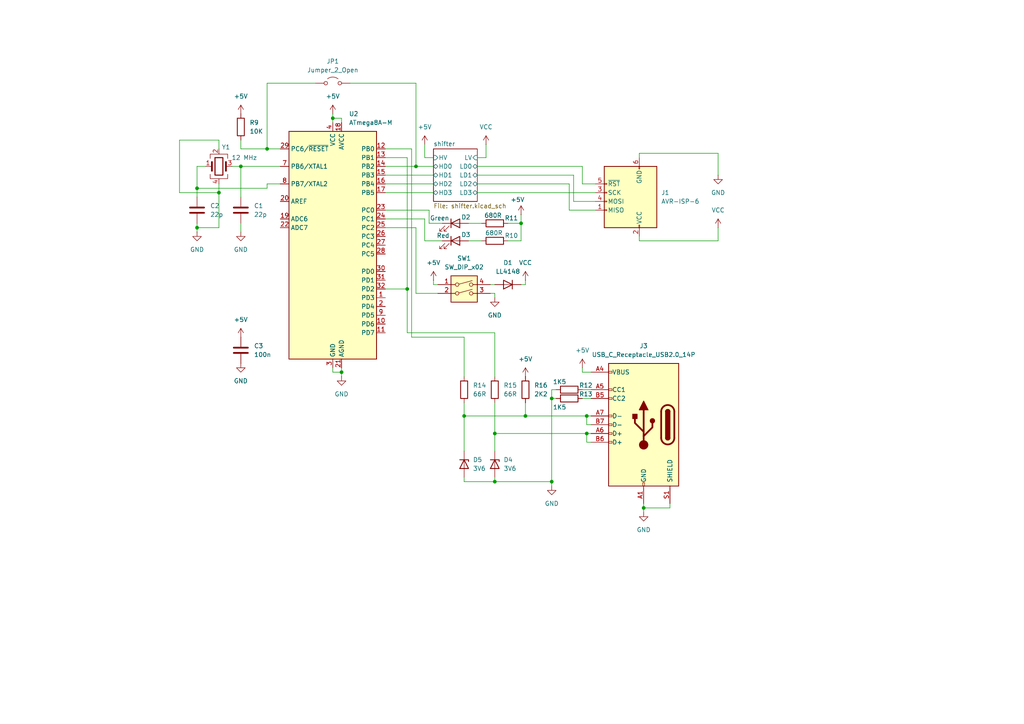
<source format=kicad_sch>
(kicad_sch (version 20250114) (generator "eeschema") (generator_version "9.0")
  (paper "A4")
  (title_block (title "USBasp") (date "2025-06-08") (rev "A") (company "A.K."))
  (lib_symbols
    (symbol "Connector:AVR-ISP-6" (pin_names (offset 1.016))
      (property "Reference" "J" (at -6.35 11.43 0))
      (property "Value" "AVR-ISP-6" (at 0 11.43 0))
      (symbol "AVR-ISP-6_0_1"
        (rectangle (start -2.667 10.16) (end -2.413 9.398))
        (rectangle (start -2.667 -6.858) (end -2.413 -7.62))
        (rectangle (start 7.62 10.16) (end -7.62 -7.62) (stroke (width 0.254)) (fill (type background)))
        (rectangle (start 7.62 5.207) (end 6.858 4.953))
        (rectangle (start 7.62 2.667) (end 6.858 2.413))
        (rectangle (start 7.62 0.127) (end 6.858 -0.127))
        (rectangle (start 7.62 -2.413) (end 6.858 -2.667))
      )
      (symbol "AVR-ISP-6_1_1"
        (pin passive line (at -2.54 12.7 270) (length 2.54) (name "VCC") (number "2"))
        (pin passive line (at -2.54 -10.16 90) (length 2.54) (name "GND") (number "6"))
        (pin passive line (at 10.16 5.08 180) (length 2.54) (name "MISO") (number "1"))
        (pin passive line (at 10.16 2.54 180) (length 2.54) (name "MOSI") (number "4"))
        (pin passive line (at 10.16 0 180) (length 2.54) (name "SCK") (number "3"))
        (pin passive line (at 10.16 -2.54 180) (length 2.54) (name "~{RST}") (number "5"))
      )
    )
    (symbol "Connector:USB_C_Receptacle_USB2.0_14P" (pin_names (offset 1.016))
      (property "Reference" "J" (at 0 22.225 0))
      (property "Value" "USB_C_Receptacle_USB2.0_14P" (at 0 19.685 0))
      (symbol "USB_C_Receptacle_USB2.0_14P_0_0"
        (rectangle (start -0.254 -17.78) (end 0.254 -16.764))
        (rectangle (start 10.16 15.494) (end 9.144 14.986))
        (rectangle (start 10.16 10.414) (end 9.144 9.906))
        (rectangle (start 10.16 7.874) (end 9.144 7.366))
        (rectangle (start 10.16 2.794) (end 9.144 2.286))
        (rectangle (start 10.16 0.254) (end 9.144 -0.254))
        (rectangle (start 10.16 -2.286) (end 9.144 -2.794))
        (rectangle (start 10.16 -4.826) (end 9.144 -5.334))
      )
      (symbol "USB_C_Receptacle_USB2.0_14P_0_1"
        (rectangle (start -10.16 17.78) (end 10.16 -17.78) (stroke (width 0.254)) (fill (type background)))
        (polyline (pts (xy -8.89 -3.81) (xy -8.89 3.81)) (stroke (width 0.508)))
        (rectangle (start -7.62 -3.81) (end -6.35 3.81) (stroke (width 0.254)) (fill (type outline)))
        (arc (start -7.62 3.81) (mid -6.985 4.4423) (end -6.35 3.81) (stroke (width 0.254)))
        (arc (start -7.62 3.81) (mid -6.985 4.4423) (end -6.35 3.81) (stroke (width 0.254)) (fill (type outline)))
        (arc (start -8.89 3.81) (mid -6.985 5.7067) (end -5.08 3.81) (stroke (width 0.508)))
        (arc (start -5.08 -3.81) (mid -6.985 -5.7067) (end -8.89 -3.81) (stroke (width 0.508)))
        (arc (start -6.35 -3.81) (mid -6.985 -4.4423) (end -7.62 -3.81) (stroke (width 0.254)))
        (arc (start -6.35 -3.81) (mid -6.985 -4.4423) (end -7.62 -3.81) (stroke (width 0.254)) (fill (type outline)))
        (polyline (pts (xy -5.08 3.81) (xy -5.08 -3.81)) (stroke (width 0.508)))
        (circle (center -2.54 1.143) (radius 0.635) (stroke (width 0.254)) (fill (type outline)))
        (polyline (pts (xy -1.27 4.318) (xy 0 6.858) (xy 1.27 4.318) (xy -1.27 4.318)) (stroke (width 0.254)) (fill (type outline)))
        (polyline (pts (xy 0 -2.032) (xy 2.54 0.508) (xy 2.54 1.778)) (stroke (width 0.508)))
        (polyline (pts (xy 0 -3.302) (xy -2.54 -0.762) (xy -2.54 0.508)) (stroke (width 0.508)))
        (polyline (pts (xy 0 -5.842) (xy 0 4.318)) (stroke (width 0.508)))
        (circle (center 0 -5.842) (radius 1.27) (fill (type outline)))
        (rectangle (start 1.905 1.778) (end 3.175 3.048) (stroke (width 0.254)) (fill (type outline)))
      )
      (symbol "USB_C_Receptacle_USB2.0_14P_1_1"
        (pin passive line (at -7.62 -22.86 90) (length 5.08) (name "SHIELD") (number "S1"))
        (pin passive line (at 0 -22.86 90) (length 5.08) (name "GND") (number "A1"))
        (pin passive line (at 0 -22.86 90) (length 5.08) (hide yes) (name "GND") (number "A12"))
        (pin passive line (at 0 -22.86 90) (length 5.08) (hide yes) (name "GND") (number "B1"))
        (pin passive line (at 0 -22.86 90) (length 5.08) (hide yes) (name "GND") (number "B12"))
        (pin passive line (at 15.24 15.24 180) (length 5.08) (name "VBUS") (number "A4"))
        (pin passive line (at 15.24 15.24 180) (length 5.08) (hide yes) (name "VBUS") (number "A9"))
        (pin passive line (at 15.24 15.24 180) (length 5.08) (hide yes) (name "VBUS") (number "B4"))
        (pin passive line (at 15.24 15.24 180) (length 5.08) (hide yes) (name "VBUS") (number "B9"))
        (pin bidirectional line (at 15.24 10.16 180) (length 5.08) (name "CC1") (number "A5"))
        (pin bidirectional line (at 15.24 7.62 180) (length 5.08) (name "CC2") (number "B5"))
        (pin bidirectional line (at 15.24 2.54 180) (length 5.08) (name "D-") (number "A7"))
        (pin bidirectional line (at 15.24 0 180) (length 5.08) (name "D-") (number "B7"))
        (pin bidirectional line (at 15.24 -2.54 180) (length 5.08) (name "D+") (number "A6"))
        (pin bidirectional line (at 15.24 -5.08 180) (length 5.08) (name "D+") (number "B6"))
      )
    )
    (symbol "Device:C" (pin_numbers (hide yes)) (pin_names (offset 0.254))
      (property "Reference" "C" (at 0.635 2.54 0))
      (property "Value" "C" (at 0.635 -2.54 0))
      (symbol "C_0_1"
        (polyline (pts (xy -2.032 0.762) (xy 2.032 0.762)) (stroke (width 0.508)))
        (polyline (pts (xy -2.032 -0.762) (xy 2.032 -0.762)) (stroke (width 0.508)))
      )
      (symbol "C_1_1"
        (pin passive line (at 0 3.81 270) (length 2.794) (name "~") (number "1"))
        (pin passive line (at 0 -3.81 90) (length 2.794) (name "~") (number "2"))
      )
    )
    (symbol "Device:Crystal_GND24" (pin_names (offset 1.016) (hide yes))
      (property "Reference" "Y" (at 3.175 5.08 0))
      (property "Value" "Crystal_GND24" (at 3.175 3.175 0))
      (symbol "Crystal_GND24_0_1"
        (polyline (pts (xy -2.54 2.286) (xy -2.54 3.556) (xy 2.54 3.556) (xy 2.54 2.286)))
        (polyline (pts (xy -2.54 0) (xy -2.032 0)))
        (polyline (pts (xy -2.54 -2.286) (xy -2.54 -3.556) (xy 2.54 -3.556) (xy 2.54 -2.286)))
        (polyline (pts (xy -2.032 -1.27) (xy -2.032 1.27)) (stroke (width 0.508)))
        (rectangle (start -1.143 2.54) (end 1.143 -2.54) (stroke (width 0.3048)))
        (polyline (pts (xy 0 3.556) (xy 0 3.81)))
        (polyline (pts (xy 0 -3.81) (xy 0 -3.556)))
        (polyline (pts (xy 2.032 0) (xy 2.54 0)))
        (polyline (pts (xy 2.032 -1.27) (xy 2.032 1.27)) (stroke (width 0.508)))
      )
      (symbol "Crystal_GND24_1_1"
        (pin passive line (at -3.81 0 0) (length 1.27) (name "1") (number "1"))
        (pin passive line (at 0 5.08 270) (length 1.27) (name "2") (number "2"))
        (pin passive line (at 0 -5.08 90) (length 1.27) (name "4") (number "4"))
        (pin passive line (at 3.81 0 180) (length 1.27) (name "3") (number "3"))
      )
    )
    (symbol "Device:D_Zener" (pin_numbers (hide yes)) (pin_names (offset 1.016) (hide yes))
      (property "Reference" "D" (at 0 2.54 0))
      (property "Value" "D_Zener" (at 0 -2.54 0))
      (symbol "D_Zener_0_1"
        (polyline (pts (xy -1.27 -1.27) (xy -1.27 1.27) (xy -0.762 1.27)) (stroke (width 0.254)))
        (polyline (pts (xy 1.27 0) (xy -1.27 0)))
        (polyline (pts (xy 1.27 -1.27) (xy 1.27 1.27) (xy -1.27 0) (xy 1.27 -1.27)) (stroke (width 0.254)))
      )
      (symbol "D_Zener_1_1"
        (pin passive line (at -3.81 0 0) (length 2.54) (name "K") (number "1"))
        (pin passive line (at 3.81 0 180) (length 2.54) (name "A") (number "2"))
      )
    )
    (symbol "Device:LED" (pin_numbers (hide yes)) (pin_names (offset 1.016) (hide yes))
      (property "Reference" "D" (at 0 2.54 0))
      (property "Value" "LED" (at 0 -2.54 0))
      (symbol "LED_0_1"
        (polyline (pts (xy -3.048 -0.762) (xy -4.572 -2.286) (xy -3.81 -2.286) (xy -4.572 -2.286) (xy -4.572 -1.524)))
        (polyline (pts (xy -1.778 -0.762) (xy -3.302 -2.286) (xy -2.54 -2.286) (xy -3.302 -2.286) (xy -3.302 -1.524)))
        (polyline (pts (xy -1.27 0) (xy 1.27 0)))
        (polyline (pts (xy -1.27 -1.27) (xy -1.27 1.27)) (stroke (width 0.254)))
        (polyline (pts (xy 1.27 -1.27) (xy 1.27 1.27) (xy -1.27 0) (xy 1.27 -1.27)) (stroke (width 0.254)))
      )
      (symbol "LED_1_1"
        (pin passive line (at -3.81 0 0) (length 2.54) (name "K") (number "1"))
        (pin passive line (at 3.81 0 180) (length 2.54) (name "A") (number "2"))
      )
    )
    (symbol "Device:R" (pin_numbers (hide yes)) (pin_names (offset 0))
      (property "Reference" "R" (at 2.032 0 90))
      (property "Value" "R" (at 0 0 90))
      (symbol "R_0_1"
        (rectangle (start -1.016 -2.54) (end 1.016 2.54) (stroke (width 0.254)))
      )
      (symbol "R_1_1"
        (pin passive line (at 0 3.81 270) (length 1.27) (name "~") (number "1"))
        (pin passive line (at 0 -3.81 90) (length 1.27) (name "~") (number "2"))
      )
    )
    (symbol "Diode:LL4148" (pin_numbers (hide yes)) (pin_names (hide yes))
      (property "Reference" "D" (at 0 2.54 0))
      (property "Value" "LL4148" (at 0 -2.54 0))
      (symbol "LL4148_0_1"
        (polyline (pts (xy -1.27 1.27) (xy -1.27 -1.27)) (stroke (width 0.254)))
        (polyline (pts (xy 1.27 1.27) (xy 1.27 -1.27) (xy -1.27 0) (xy 1.27 1.27)) (stroke (width 0.254)))
        (polyline (pts (xy 1.27 0) (xy -1.27 0)))
      )
      (symbol "LL4148_1_1"
        (pin passive line (at -3.81 0 0) (length 2.54) (name "K") (number "1"))
        (pin passive line (at 3.81 0 180) (length 2.54) (name "A") (number "2"))
      )
    )
    (symbol "Jumper:Jumper_2_Open" (pin_numbers (hide yes)) (pin_names (offset 0) (hide yes))
      (property "Reference" "JP" (at 0 2.794 0))
      (property "Value" "Jumper_2_Open" (at 0 -2.286 0))
      (symbol "Jumper_2_Open_0_0"
        (circle (center -2.032 0) (radius 0.508))
        (circle (center 2.032 0) (radius 0.508))
      )
      (symbol "Jumper_2_Open_0_1"
        (arc (start -1.524 1.27) (mid 0 1.778) (end 1.524 1.27))
      )
      (symbol "Jumper_2_Open_1_1"
        (pin passive line (at -5.08 0 0) (length 2.54) (name "A") (number "1"))
        (pin passive line (at 5.08 0 180) (length 2.54) (name "B") (number "2"))
      )
    )
    (symbol "MCU_Microchip_ATmega:ATmega8A-M"
      (property "Reference" "U" (at -12.7 34.29 0))
      (property "Value" "ATmega8A-M" (at 5.08 -34.29 0))
      (symbol "ATmega8A-M_0_1"
        (rectangle (start -12.7 -33.02) (end 12.7 33.02) (stroke (width 0.254)) (fill (type background)))
      )
      (symbol "ATmega8A-M_1_1"
        (pin bidirectional line (at -15.24 27.94 0) (length 2.54) (name "PC6/~{RESET}") (number "29"))
        (pin bidirectional line (at -15.24 22.86 0) (length 2.54) (name "PB6/XTAL1") (number "7"))
        (pin bidirectional line (at -15.24 17.78 0) (length 2.54) (name "PB7/XTAL2") (number "8"))
        (pin passive line (at -15.24 12.7 0) (length 2.54) (name "AREF") (number "20"))
        (pin input line (at -15.24 7.62 0) (length 2.54) (name "ADC6") (number "19"))
        (pin input line (at -15.24 5.08 0) (length 2.54) (name "ADC7") (number "22"))
        (pin power_in line (at 0 35.56 270) (length 2.54) (name "VCC") (number "4"))
        (pin passive line (at 0 35.56 270) (length 2.54) (hide yes) (name "VCC") (number "6"))
        (pin power_in line (at 0 -35.56 90) (length 2.54) (name "GND") (number "3"))
        (pin passive line (at 0 -35.56 90) (length 2.54) (hide yes) (name "GND") (number "33"))
        (pin passive line (at 0 -35.56 90) (length 2.54) (hide yes) (name "GND") (number "5"))
        (pin power_in line (at 2.54 35.56 270) (length 2.54) (name "AVCC") (number "18"))
        (pin power_in line (at 2.54 -35.56 90) (length 2.54) (name "AGND") (number "21"))
        (pin bidirectional line (at 15.24 27.94 180) (length 2.54) (name "PB0") (number "12"))
        (pin bidirectional line (at 15.24 25.4 180) (length 2.54) (name "PB1") (number "13"))
        (pin bidirectional line (at 15.24 22.86 180) (length 2.54) (name "PB2") (number "14"))
        (pin bidirectional line (at 15.24 20.32 180) (length 2.54) (name "PB3") (number "15"))
        (pin bidirectional line (at 15.24 17.78 180) (length 2.54) (name "PB4") (number "16"))
        (pin bidirectional line (at 15.24 15.24 180) (length 2.54) (name "PB5") (number "17"))
        (pin bidirectional line (at 15.24 10.16 180) (length 2.54) (name "PC0") (number "23"))
        (pin bidirectional line (at 15.24 7.62 180) (length 2.54) (name "PC1") (number "24"))
        (pin bidirectional line (at 15.24 5.08 180) (length 2.54) (name "PC2") (number "25"))
        (pin bidirectional line (at 15.24 2.54 180) (length 2.54) (name "PC3") (number "26"))
        (pin bidirectional line (at 15.24 0 180) (length 2.54) (name "PC4") (number "27"))
        (pin bidirectional line (at 15.24 -2.54 180) (length 2.54) (name "PC5") (number "28"))
        (pin bidirectional line (at 15.24 -7.62 180) (length 2.54) (name "PD0") (number "30"))
        (pin bidirectional line (at 15.24 -10.16 180) (length 2.54) (name "PD1") (number "31"))
        (pin bidirectional line (at 15.24 -12.7 180) (length 2.54) (name "PD2") (number "32"))
        (pin bidirectional line (at 15.24 -15.24 180) (length 2.54) (name "PD3") (number "1"))
        (pin bidirectional line (at 15.24 -17.78 180) (length 2.54) (name "PD4") (number "2"))
        (pin bidirectional line (at 15.24 -20.32 180) (length 2.54) (name "PD5") (number "9"))
        (pin bidirectional line (at 15.24 -22.86 180) (length 2.54) (name "PD6") (number "10"))
        (pin bidirectional line (at 15.24 -25.4 180) (length 2.54) (name "PD7") (number "11"))
      )
    )
    (symbol "Switch:SW_DIP_x02" (pin_names (offset 0) (hide yes))
      (property "Reference" "SW" (at 0 6.35 0))
      (property "Value" "SW_DIP_x02" (at 0 -3.81 0))
      (symbol "SW_DIP_x02_0_0"
        (circle (center -2.032 2.54) (radius 0.508))
        (circle (center -2.032 0) (radius 0.508))
        (polyline (pts (xy -1.524 2.667) (xy 2.3622 3.7084)))
        (polyline (pts (xy -1.524 0.127) (xy 2.3622 1.1684)))
        (circle (center 2.032 2.54) (radius 0.508))
        (circle (center 2.032 0) (radius 0.508))
      )
      (symbol "SW_DIP_x02_0_1"
        (rectangle (start -3.81 5.08) (end 3.81 -2.54) (stroke (width 0.254)) (fill (type background)))
      )
      (symbol "SW_DIP_x02_1_1"
        (pin passive line (at -7.62 2.54 0) (length 5.08) (name "~") (number "1"))
        (pin passive line (at -7.62 0 0) (length 5.08) (name "~") (number "2"))
        (pin passive line (at 7.62 2.54 180) (length 5.08) (name "~") (number "4"))
        (pin passive line (at 7.62 0 180) (length 5.08) (name "~") (number "3"))
      )
    )
    (symbol "power:+5V" (power) (pin_numbers (hide yes)) (pin_names (offset 0) (hide yes))
      (property "Value" "+5V" (at 0 3.556 0))
      (symbol "+5V_0_1"
        (polyline (pts (xy -0.762 1.27) (xy 0 2.54)))
        (polyline (pts (xy 0 2.54) (xy 0.762 1.27)))
        (polyline (pts (xy 0 0) (xy 0 2.54)))
      )
      (symbol "+5V_1_1"
        (pin power_in line (at 0 0 90) (length 0) (name "~") (number "1"))
      )
    )
    (symbol "power:GND" (power) (pin_numbers (hide yes)) (pin_names (offset 0) (hide yes))
      (property "Value" "GND" (at 0 -3.81 0))
      (symbol "GND_0_1"
        (polyline (pts (xy 0 0) (xy 0 -1.27) (xy 1.27 -1.27) (xy 0 -2.54) (xy -1.27 -1.27) (xy 0 -1.27)))
      )
      (symbol "GND_1_1"
        (pin power_in line (at 0 0 270) (length 0) (name "~") (number "1"))
      )
    )
    (symbol "power:VCC" (power) (pin_numbers (hide yes)) (pin_names (offset 0) (hide yes))
      (property "Value" "VCC" (at 0 3.556 0))
      (symbol "VCC_0_1"
        (polyline (pts (xy -0.762 1.27) (xy 0 2.54)))
        (polyline (pts (xy 0 2.54) (xy 0.762 1.27)))
        (polyline (pts (xy 0 0) (xy 0 2.54)))
      )
      (symbol "VCC_1_1"
        (pin power_in line (at 0 0 90) (length 0) (name "~") (number "1"))
      )
    )
  )
  (junction (at 69.85 48.26))
  (junction (at 143.51 139.7))
  (junction (at 134.62 120.65))
  (junction (at 57.15 54.61))
  (junction (at 77.47 43.18))
  (junction (at 160.02 115.57))
  (junction (at 152.4 120.65))
  (junction (at 160.02 139.7))
  (junction (at 63.5 55.88))
  (junction (at 96.52 34.29))
  (junction (at 120.65 48.26))
  (junction (at 170.18 120.65))
  (junction (at 57.15 66.04))
  (junction (at 186.69 147.32))
  (junction (at 170.18 125.73))
  (junction (at 99.06 107.95))
  (junction (at 151.13 64.77))
  (junction (at 118.11 83.82))
  (junction (at 143.51 125.73))
  (wire (pts (xy 99.06 107.95) (xy 96.52 107.95)))
  (wire (pts (xy 96.52 34.29) (xy 99.06 34.29)))
  (wire (pts (xy 99.06 106.68) (xy 99.06 107.95)))
  (wire (pts (xy 59.69 48.26) (xy 57.15 48.26)))
  (wire (pts (xy 124.46 64.77) (xy 124.46 60.96)))
  (wire (pts (xy 160.02 115.57) (xy 160.02 113.03)))
  (wire (pts (xy 143.51 116.84) (xy 143.51 125.73)))
  (wire (pts (xy 134.62 139.7) (xy 143.51 139.7)))
  (wire (pts (xy 186.69 147.32) (xy 186.69 148.59)))
  (wire (pts (xy 166.37 58.42) (xy 172.72 58.42)))
  (wire (pts (xy 52.07 40.64) (xy 52.07 55.88)))
  (wire (pts (xy 171.45 123.19) (xy 170.18 123.19)))
  (wire (pts (xy 119.38 97.79) (xy 134.62 97.79)))
  (wire (pts (xy 96.52 107.95) (xy 96.52 106.68)))
  (wire (pts (xy 120.65 24.13) (xy 120.65 48.26)))
  (wire (pts (xy 67.31 48.26) (xy 69.85 48.26)))
  (wire (pts (xy 111.76 45.72) (xy 118.11 45.72)))
  (wire (pts (xy 194.31 146.05) (xy 194.31 147.32)))
  (wire (pts (xy 168.91 115.57) (xy 171.45 115.57)))
  (wire (pts (xy 123.19 41.91) (xy 123.19 45.72)))
  (wire (pts (xy 127 82.55) (xy 125.73 82.55)))
  (wire (pts (xy 143.51 125.73) (xy 143.51 130.81)))
  (wire (pts (xy 160.02 139.7) (xy 160.02 115.57)))
  (wire (pts (xy 63.5 43.18) (xy 63.5 40.64)))
  (wire (pts (xy 96.52 33.02) (xy 96.52 34.29)))
  (wire (pts (xy 123.19 69.85) (xy 123.19 63.5)))
  (wire (pts (xy 111.76 43.18) (xy 119.38 43.18)))
  (wire (pts (xy 77.47 24.13) (xy 77.47 43.18)))
  (wire (pts (xy 134.62 120.65) (xy 152.4 120.65)))
  (wire (pts (xy 170.18 120.65) (xy 152.4 120.65)))
  (wire (pts (xy 135.89 69.85) (xy 139.7 69.85)))
  (wire (pts (xy 170.18 125.73) (xy 170.18 128.27)))
  (wire (pts (xy 63.5 55.88) (xy 63.5 66.04)))
  (wire (pts (xy 151.13 69.85) (xy 151.13 64.77)))
  (wire (pts (xy 140.97 45.72) (xy 138.43 45.72)))
  (wire (pts (xy 63.5 40.64) (xy 52.07 40.64)))
  (wire (pts (xy 57.15 66.04) (xy 57.15 67.31)))
  (wire (pts (xy 57.15 48.26) (xy 57.15 54.61)))
  (wire (pts (xy 99.06 34.29) (xy 99.06 35.56)))
  (wire (pts (xy 69.85 48.26) (xy 69.85 57.15)))
  (wire (pts (xy 138.43 48.26) (xy 168.91 48.26)))
  (wire (pts (xy 194.31 147.32) (xy 186.69 147.32)))
  (wire (pts (xy 185.42 44.45) (xy 208.28 44.45)))
  (wire (pts (xy 134.62 97.79) (xy 134.62 109.22)))
  (wire (pts (xy 142.24 82.55) (xy 143.51 82.55)))
  (wire (pts (xy 118.11 45.72) (xy 118.11 83.82)))
  (wire (pts (xy 151.13 82.55) (xy 152.4 82.55)))
  (wire (pts (xy 81.28 53.34) (xy 77.47 53.34)))
  (wire (pts (xy 166.37 50.8) (xy 166.37 58.42)))
  (wire (pts (xy 124.46 60.96) (xy 111.76 60.96)))
  (wire (pts (xy 69.85 64.77) (xy 69.85 67.31)))
  (wire (pts (xy 185.42 69.85) (xy 208.28 69.85)))
  (wire (pts (xy 143.51 86.36) (xy 143.51 85.09)))
  (wire (pts (xy 168.91 107.95) (xy 168.91 106.68)))
  (wire (pts (xy 96.52 34.29) (xy 96.52 35.56)))
  (wire (pts (xy 165.1 53.34) (xy 165.1 60.96)))
  (wire (pts (xy 160.02 140.97) (xy 160.02 139.7)))
  (wire (pts (xy 111.76 53.34) (xy 125.73 53.34)))
  (wire (pts (xy 77.47 54.61) (xy 57.15 54.61)))
  (wire (pts (xy 134.62 138.43) (xy 134.62 139.7)))
  (wire (pts (xy 185.42 45.72) (xy 185.42 44.45)))
  (wire (pts (xy 111.76 50.8) (xy 125.73 50.8)))
  (wire (pts (xy 170.18 120.65) (xy 171.45 120.65)))
  (wire (pts (xy 120.65 66.04) (xy 120.65 85.09)))
  (wire (pts (xy 69.85 48.26) (xy 81.28 48.26)))
  (wire (pts (xy 111.76 66.04) (xy 120.65 66.04)))
  (wire (pts (xy 152.4 116.84) (xy 152.4 120.65)))
  (wire (pts (xy 57.15 64.77) (xy 57.15 66.04)))
  (wire (pts (xy 120.65 48.26) (xy 125.73 48.26)))
  (wire (pts (xy 69.85 43.18) (xy 69.85 40.64)))
  (wire (pts (xy 125.73 82.55) (xy 125.73 81.28)))
  (wire (pts (xy 91.44 24.13) (xy 77.47 24.13)))
  (wire (pts (xy 135.89 64.77) (xy 139.7 64.77)))
  (wire (pts (xy 168.91 53.34) (xy 172.72 53.34)))
  (wire (pts (xy 143.51 109.22) (xy 143.51 96.52)))
  (wire (pts (xy 138.43 53.34) (xy 165.1 53.34)))
  (wire (pts (xy 77.47 53.34) (xy 77.47 54.61)))
  (wire (pts (xy 134.62 116.84) (xy 134.62 120.65)))
  (wire (pts (xy 118.11 96.52) (xy 118.11 83.82)))
  (wire (pts (xy 160.02 113.03) (xy 161.29 113.03)))
  (wire (pts (xy 208.28 44.45) (xy 208.28 50.8)))
  (wire (pts (xy 170.18 125.73) (xy 143.51 125.73)))
  (wire (pts (xy 128.27 69.85) (xy 123.19 69.85)))
  (wire (pts (xy 168.91 48.26) (xy 168.91 53.34)))
  (wire (pts (xy 152.4 82.55) (xy 152.4 81.28)))
  (wire (pts (xy 170.18 123.19) (xy 170.18 120.65)))
  (wire (pts (xy 57.15 54.61) (xy 57.15 57.15)))
  (wire (pts (xy 63.5 53.34) (xy 63.5 55.88)))
  (wire (pts (xy 208.28 69.85) (xy 208.28 66.04)))
  (wire (pts (xy 143.51 138.43) (xy 143.51 139.7)))
  (wire (pts (xy 143.51 139.7) (xy 160.02 139.7)))
  (wire (pts (xy 171.45 107.95) (xy 168.91 107.95)))
  (wire (pts (xy 81.28 43.18) (xy 77.47 43.18)))
  (wire (pts (xy 111.76 48.26) (xy 120.65 48.26)))
  (wire (pts (xy 143.51 96.52) (xy 118.11 96.52)))
  (wire (pts (xy 140.97 41.91) (xy 140.97 45.72)))
  (wire (pts (xy 160.02 115.57) (xy 161.29 115.57)))
  (wire (pts (xy 128.27 64.77) (xy 124.46 64.77)))
  (wire (pts (xy 138.43 50.8) (xy 166.37 50.8)))
  (wire (pts (xy 120.65 85.09) (xy 127 85.09)))
  (wire (pts (xy 147.32 69.85) (xy 151.13 69.85)))
  (wire (pts (xy 165.1 60.96) (xy 172.72 60.96)))
  (wire (pts (xy 63.5 66.04) (xy 57.15 66.04)))
  (wire (pts (xy 186.69 146.05) (xy 186.69 147.32)))
  (wire (pts (xy 123.19 45.72) (xy 125.73 45.72)))
  (wire (pts (xy 168.91 113.03) (xy 171.45 113.03)))
  (wire (pts (xy 151.13 62.23) (xy 151.13 64.77)))
  (wire (pts (xy 111.76 55.88) (xy 125.73 55.88)))
  (wire (pts (xy 123.19 63.5) (xy 111.76 63.5)))
  (wire (pts (xy 119.38 43.18) (xy 119.38 97.79)))
  (wire (pts (xy 118.11 83.82) (xy 111.76 83.82)))
  (wire (pts (xy 138.43 55.88) (xy 172.72 55.88)))
  (wire (pts (xy 151.13 64.77) (xy 147.32 64.77)))
  (wire (pts (xy 77.47 43.18) (xy 69.85 43.18)))
  (wire (pts (xy 170.18 128.27) (xy 171.45 128.27)))
  (wire (pts (xy 185.42 68.58) (xy 185.42 69.85)))
  (wire (pts (xy 52.07 55.88) (xy 63.5 55.88)))
  (wire (pts (xy 101.6 24.13) (xy 120.65 24.13)))
  (wire (pts (xy 134.62 120.65) (xy 134.62 130.81)))
  (wire (pts (xy 99.06 109.22) (xy 99.06 107.95)))
  (wire (pts (xy 143.51 85.09) (xy 142.24 85.09)))
  (wire (pts (xy 171.45 125.73) (xy 170.18 125.73)))
  (symbol (lib_id "Device:Crystal_GND24") (at 63.5 48.26 0) (unit 1)
    (property "Reference" "Y1" (at 65.532 42.672 0))
    (property "Value" "12 MHz" (at 70.866 45.72 0))
    (property "Footprint" "Crystal:Crystal_SMD_Abracon_ABM3C-4Pin_5.0x3.2mm" (effects (hide yes)))
    (property "Description" "Four pin crystal, GND on pins 2 and 4" (effects (hide yes)))
  )
  (symbol (lib_id "power:GND") (at 143.51 86.36 0) (unit 1)
    (property "Reference" "#PWR010" (effects (hide yes)))
    (property "Value" "GND" (at 143.51 91.44 0))
    (property "Description" "Power symbol creates a global label with name \"GND\" , ground" (effects (hide yes)))
  )
  (symbol (lib_id "Device:R") (at 143.51 64.77 90) (unit 1)
    (property "Reference" "R11" (at 148.336 63.246 90))
    (property "Value" "680R" (at 143.002 62.484 90))
    (property "Footprint" "Resistor_SMD:R_0805_2012Metric_Pad1.20x1.40mm_HandSolder" (effects (hide yes)))
    (property "Description" "Resistor" (effects (hide yes)))
  )
  (symbol (lib_id "Device:R") (at 134.62 113.03 0) (unit 1)
    (property "Reference" "R14" (at 137.16 111.7599 0) (effects (justify left)))
    (property "Value" "66R" (at 137.16 114.2999 0) (effects (justify left)))
    (property "Footprint" "Resistor_SMD:R_0805_2012Metric_Pad1.20x1.40mm_HandSolder" (effects (hide yes)))
    (property "Description" "Resistor" (effects (hide yes)))
  )
  (symbol (lib_id "Switch:SW_DIP_x02") (at 134.62 85.09 0) (unit 1)
    (property "Reference" "SW1" (at 134.62 74.93 0))
    (property "Value" "SW_DIP_x02" (at 134.62 77.47 0))
    (property "Footprint" "Button_Switch_THT:SW_DIP_SPSTx02_Slide_9.78x7.26mm_W7.62mm_P2.54mm" (effects (hide yes)))
    (property "Description" "2x DIP Switch, Single Pole Single Throw (SPST) switch, small symbol" (effects (hide yes)))
  )
  (symbol (lib_id "Device:C") (at 57.15 60.96 0) (unit 1)
    (property "Reference" "C2" (at 60.96 59.6899 0) (effects (justify left)))
    (property "Value" "22p" (at 60.96 62.2299 0) (effects (justify left)))
    (property "Footprint" "Capacitor_SMD:C_0805_2012Metric_Pad1.18x1.45mm_HandSolder" (effects (hide yes)))
    (property "Description" "Unpolarized capacitor" (effects (hide yes)))
  )
  (symbol (lib_id "Device:R") (at 143.51 69.85 90) (unit 1)
    (property "Reference" "R10" (at 148.336 68.326 90))
    (property "Value" "680R" (at 143.256 67.564 90))
    (property "Footprint" "Resistor_SMD:R_0805_2012Metric_Pad1.20x1.40mm_HandSolder" (effects (hide yes)))
    (property "Description" "Resistor" (effects (hide yes)))
  )
  (symbol (lib_id "Device:R") (at 69.85 36.83 0) (unit 1)
    (property "Reference" "R9" (at 72.39 35.5599 0) (effects (justify left)))
    (property "Value" "10K" (at 72.39 38.0999 0) (effects (justify left)))
    (property "Footprint" "Resistor_SMD:R_0805_2012Metric_Pad1.20x1.40mm_HandSolder" (effects (hide yes)))
    (property "Description" "Resistor" (effects (hide yes)))
  )
  (symbol (lib_id "power:GND") (at 57.15 67.31 0) (unit 1)
    (property "Reference" "#PWR017" (effects (hide yes)))
    (property "Value" "GND" (at 57.15 72.39 0))
    (property "Description" "Power symbol creates a global label with name \"GND\" , ground" (effects (hide yes)))
  )
  (symbol (lib_id "power:+5V") (at 151.13 62.23 0) (unit 1)
    (property "Reference" "#PWR09" (effects (hide yes)))
    (property "Value" "+5V" (at 150.114 57.912 0))
    (property "Description" "Power symbol creates a global label with name \"+5V\"" (effects (hide yes)))
  )
  (symbol (lib_id "power:+5V") (at 69.85 97.79 0) (unit 1)
    (property "Reference" "#PWR018" (effects (hide yes)))
    (property "Value" "+5V" (at 69.85 92.71 0))
    (property "Description" "Power symbol creates a global label with name \"+5V\"" (effects (hide yes)))
  )
  (symbol (lib_id "power:+5V") (at 152.4 109.22 0) (unit 1)
    (property "Reference" "#PWR014" (effects (hide yes)))
    (property "Value" "+5V" (at 152.4 104.14 0))
    (property "Description" "Power symbol creates a global label with name \"+5V\"" (effects (hide yes)))
  )
  (symbol (lib_id "power:+5V") (at 123.19 41.91 0) (unit 1)
    (property "Reference" "#PWR03" (effects (hide yes)))
    (property "Value" "+5V" (at 123.19 36.83 0))
    (property "Description" "Power symbol creates a global label with name \"+5V\"" (effects (hide yes)))
  )
  (symbol (lib_id "power:VCC") (at 152.4 81.28 0) (unit 1)
    (property "Reference" "#PWR07" (effects (hide yes)))
    (property "Value" "VCC" (at 152.4 76.2 0))
    (property "Description" "Power symbol creates a global label with name \"VCC\"" (effects (hide yes)))
  )
  (symbol (lib_id "Device:R") (at 165.1 115.57 90) (unit 1)
    (property "Reference" "R13" (at 169.926 114.3 90))
    (property "Value" "1K5" (at 162.306 118.11 90))
    (property "Footprint" "Resistor_SMD:R_0805_2012Metric_Pad1.20x1.40mm_HandSolder" (effects (hide yes)))
    (property "Description" "Resistor" (effects (hide yes)))
  )
  (symbol (lib_id "power:+5V") (at 96.52 33.02 0) (unit 1)
    (property "Reference" "#PWR02" (effects (hide yes)))
    (property "Value" "+5V" (at 96.52 27.94 0))
    (property "Description" "Power symbol creates a global label with name \"+5V\"" (effects (hide yes)))
  )
  (symbol (lib_id "power:VCC") (at 140.97 41.91 0) (unit 1)
    (property "Reference" "#PWR01" (effects (hide yes)))
    (property "Value" "VCC" (at 140.97 36.83 0))
    (property "Description" "Power symbol creates a global label with name \"VCC\"" (effects (hide yes)))
  )
  (symbol (lib_id "Jumper:Jumper_2_Open") (at 96.52 24.13 0) (unit 1)
    (property "Reference" "JP1" (at 96.52 17.78 0))
    (property "Value" "Jumper_2_Open" (at 96.52 20.32 0))
    (property "Footprint" "Jumper:SolderJumper-2_P1.3mm_Open_TrianglePad1.0x1.5mm" (effects (hide yes)))
    (property "Description" "Jumper, 2-pole, open" (effects (hide yes)))
  )
  (symbol (lib_id "power:VCC") (at 208.28 66.04 0) (unit 1)
    (property "Reference" "#PWR08" (effects (hide yes)))
    (property "Value" "VCC" (at 208.28 60.96 0))
    (property "Description" "Power symbol creates a global label with name \"VCC\"" (effects (hide yes)))
  )
  (symbol (lib_id "Device:LED") (at 132.08 69.85 0) (unit 1)
    (property "Reference" "D3" (at 135.128 68.072 0))
    (property "Value" "Red" (at 128.524 68.326 0))
    (property "Footprint" "LED_SMD:LED_0805_2012Metric_Pad1.15x1.40mm_HandSolder" (effects (hide yes)))
    (property "Description" "Light emitting diode" (effects (hide yes)))
    (property "Sim.Pins" "1=K 2=A" (effects (hide yes)))
  )
  (symbol (lib_id "power:GND") (at 160.02 140.97 0) (unit 1)
    (property "Reference" "#PWR012" (effects (hide yes)))
    (property "Value" "GND" (at 160.02 146.05 0))
    (property "Description" "Power symbol creates a global label with name \"GND\" , ground" (effects (hide yes)))
  )
  (symbol (lib_id "Device:LED") (at 132.08 64.77 0) (unit 1)
    (property "Reference" "D2" (at 135.128 62.992 0))
    (property "Value" "Green" (at 127.508 63.246 0))
    (property "Footprint" "LED_SMD:LED_0805_2012Metric_Pad1.15x1.40mm_HandSolder" (effects (hide yes)))
    (property "Description" "Light emitting diode" (effects (hide yes)))
    (property "Sim.Pins" "1=K 2=A" (effects (hide yes)))
  )
  (symbol (lib_id "Device:D_Zener") (at 134.62 134.62 270) (unit 1)
    (property "Reference" "D5" (at 137.16 133.3499 90) (effects (justify left)))
    (property "Value" "3V6" (at 137.16 135.8899 90) (effects (justify left)))
    (property "Footprint" "Diode_SMD:D_MiniMELF" (effects (hide yes)))
    (property "Description" "Zener diode" (effects (hide yes)))
  )
  (symbol (lib_id "Device:D_Zener") (at 143.51 134.62 270) (unit 1)
    (property "Reference" "D4" (at 146.05 133.3499 90) (effects (justify left)))
    (property "Value" "3V6" (at 146.05 135.8899 90) (effects (justify left)))
    (property "Footprint" "Diode_SMD:D_MiniMELF" (effects (hide yes)))
    (property "Description" "Zener diode" (effects (hide yes)))
  )
  (symbol (lib_id "power:+5V") (at 168.91 106.68 0) (unit 1)
    (property "Reference" "#PWR011" (effects (hide yes)))
    (property "Value" "+5V" (at 168.91 101.6 0))
    (property "Description" "Power symbol creates a global label with name \"+5V\"" (effects (hide yes)))
  )
  (symbol (lib_id "power:+5V") (at 125.73 81.28 0) (unit 1)
    (property "Reference" "#PWR06" (effects (hide yes)))
    (property "Value" "+5V" (at 125.73 76.2 0))
    (property "Description" "Power symbol creates a global label with name \"+5V\"" (effects (hide yes)))
  )
  (symbol (lib_id "Device:C") (at 69.85 101.6 0) (unit 1)
    (property "Reference" "C3" (at 73.66 100.3299 0) (effects (justify left)))
    (property "Value" "100n" (at 73.66 102.8699 0) (effects (justify left)))
    (property "Footprint" "Capacitor_SMD:C_0805_2012Metric_Pad1.18x1.45mm_HandSolder" (effects (hide yes)))
    (property "Description" "Unpolarized capacitor" (effects (hide yes)))
  )
  (symbol (lib_id "Device:R") (at 143.51 113.03 0) (unit 1)
    (property "Reference" "R15" (at 146.05 111.7599 0) (effects (justify left)))
    (property "Value" "66R" (at 146.05 114.2999 0) (effects (justify left)))
    (property "Footprint" "Resistor_SMD:R_0805_2012Metric_Pad1.20x1.40mm_HandSolder" (effects (hide yes)))
    (property "Description" "Resistor" (effects (hide yes)))
  )
  (symbol (lib_id "MCU_Microchip_ATmega:ATmega8A-M") (at 96.52 71.12 0) (unit 1)
    (property "Reference" "U2" (at 101.2033 33.02 0) (effects (justify left)))
    (property "Value" "ATmega8A-M" (at 101.2033 35.56 0) (effects (justify left)))
    (property "Footprint" "Package_DFN_QFN:QFN-32-1EP_5x5mm_P0.5mm_EP3.1x3.1mm" (effects (hide yes)))
    (property "Datasheet" "http://ww1.microchip.com/downloads/en/DeviceDoc/Microchip%208bit%20mcu%20AVR%20ATmega8A%20data%20sheet%2040001974A.pdf" (effects (hide yes)))
    (property "Description" "16MHz, 8kB Flash, 1kB SRAM, 512B EEPROM, QFN-32" (effects (hide yes)))
  )
  (symbol (lib_id "power:GND") (at 186.69 148.59 0) (unit 1)
    (property "Reference" "#PWR013" (effects (hide yes)))
    (property "Value" "GND" (at 186.69 153.67 0))
    (property "Description" "Power symbol creates a global label with name \"GND\" , ground" (effects (hide yes)))
  )
  (symbol (lib_id "Device:C") (at 69.85 60.96 0) (unit 1)
    (property "Reference" "C1" (at 73.66 59.6899 0) (effects (justify left)))
    (property "Value" "22p" (at 73.66 62.2299 0) (effects (justify left)))
    (property "Footprint" "Capacitor_SMD:C_0805_2012Metric_Pad1.18x1.45mm_HandSolder" (effects (hide yes)))
    (property "Description" "Unpolarized capacitor" (effects (hide yes)))
  )
  (symbol (lib_id "Device:R") (at 165.1 113.03 90) (unit 1)
    (property "Reference" "R12" (at 169.926 111.76 90))
    (property "Value" "1K5" (at 162.306 110.744 90))
    (property "Footprint" "Resistor_SMD:R_0805_2012Metric_Pad1.20x1.40mm_HandSolder" (effects (hide yes)))
    (property "Description" "Resistor" (effects (hide yes)))
  )
  (symbol (lib_id "power:GND") (at 208.28 50.8 0) (unit 1)
    (property "Reference" "#PWR05" (effects (hide yes)))
    (property "Value" "GND" (at 208.28 55.88 0))
    (property "Description" "Power symbol creates a global label with name \"GND\" , ground" (effects (hide yes)))
  )
  (symbol (lib_id "power:GND") (at 69.85 105.41 0) (unit 1)
    (property "Reference" "#PWR019" (effects (hide yes)))
    (property "Value" "GND" (at 69.85 110.49 0))
    (property "Description" "Power symbol creates a global label with name \"GND\" , ground" (effects (hide yes)))
  )
  (symbol (lib_id "Connector:USB_C_Receptacle_USB2.0_14P") (at 186.69 123.19 0) (mirror y) (unit 1)
    (property "Reference" "J3" (at 186.69 100.33 0))
    (property "Value" "USB_C_Receptacle_USB2.0_14P" (at 186.69 102.87 0))
    (property "Footprint" "Connector_USB:USB_C_Receptacle_GCT_USB4105-xx-A_16P_TopMnt_Horizontal" (effects (hide yes)))
    (property "Datasheet" "https://www.usb.org/sites/default/files/documents/usb_type-c.zip" (effects (hide yes)))
    (property "Description" "USB 2.0-only 14P Type-C Receptacle connector" (effects (hide yes)))
  )
  (symbol (lib_id "Device:R") (at 152.4 113.03 0) (unit 1)
    (property "Reference" "R16" (at 154.94 111.7599 0) (effects (justify left)))
    (property "Value" "2K2" (at 154.94 114.2999 0) (effects (justify left)))
    (property "Footprint" "Resistor_SMD:R_0805_2012Metric_Pad1.20x1.40mm_HandSolder" (effects (hide yes)))
    (property "Description" "Resistor" (effects (hide yes)))
  )
  (symbol (lib_id "power:GND") (at 99.06 109.22 0) (unit 1)
    (property "Reference" "#PWR015" (effects (hide yes)))
    (property "Value" "GND" (at 99.06 114.3 0))
    (property "Description" "Power symbol creates a global label with name \"GND\" , ground" (effects (hide yes)))
  )
  (symbol (lib_id "power:+5V") (at 69.85 33.02 0) (unit 1)
    (property "Reference" "#PWR04" (effects (hide yes)))
    (property "Value" "+5V" (at 69.85 27.94 0))
    (property "Description" "Power symbol creates a global label with name \"+5V\"" (effects (hide yes)))
  )
  (symbol (lib_id "Diode:LL4148") (at 147.32 82.55 180) (unit 1)
    (property "Reference" "D1" (at 147.32 76.2 0))
    (property "Value" "LL4148" (at 147.32 78.74 0))
    (property "Footprint" "Diode_SMD:D_MiniMELF" (effects (hide yes)))
    (property "Datasheet" "http://www.vishay.com/docs/85557/ll4148.pdf" (effects (hide yes)))
    (property "Description" "100V 0.15A standard switching diode, MiniMELF" (effects (hide yes)))
    (property "Sim.Device" "D" (effects (hide yes)))
    (property "Sim.Pins" "1=K 2=A" (effects (hide yes)))
  )
  (symbol (lib_id "Connector:AVR-ISP-6") (at 182.88 55.88 180) (unit 1)
    (property "Reference" "J1" (at 191.77 55.8799 0) (effects (justify right)))
    (property "Value" "AVR-ISP-6" (at 191.77 58.4199 0) (effects (justify right)))
    (property "Footprint" "isp:Edge6" (effects (hide yes)))
    (property "Description" "Atmel 6-pin ISP connector" (effects (hide yes)))
  )
  (symbol (lib_id "power:GND") (at 69.85 67.31 0) (unit 1)
    (property "Reference" "#PWR016" (effects (hide yes)))
    (property "Value" "GND" (at 69.85 72.39 0))
    (property "Description" "Power symbol creates a global label with name \"GND\" , ground" (effects (hide yes)))
  )
  (sheet (at 125.73 43.18) (size 12.7 15.24) (stroke (width 0.1524))
    (property "Sheetname" "shifter" (at 125.73 42.4684 0) (effects (justify left bottom)))
    (property "Sheetfile" "shifter.kicad_sch" (at 125.73 59.0046 0) (effects (justify left top)))
    (pin "HD0" bidirectional (at 125.73 48.26 180))
    (pin "HD1" bidirectional (at 125.73 50.8 180))
    (pin "HD2" bidirectional (at 125.73 53.34 180))
    (pin "HD3" bidirectional (at 125.73 55.88 180))
    (pin "HV" input (at 125.73 45.72 180))
    (pin "LD0" bidirectional (at 138.43 48.26 0))
    (pin "LD1" bidirectional (at 138.43 50.8 0))
    (pin "LD2" bidirectional (at 138.43 53.34 0))
    (pin "LD3" bidirectional (at 138.43 55.88 0))
    (pin "LV" input (at 138.43 45.72 0))
  )
)
</source>
